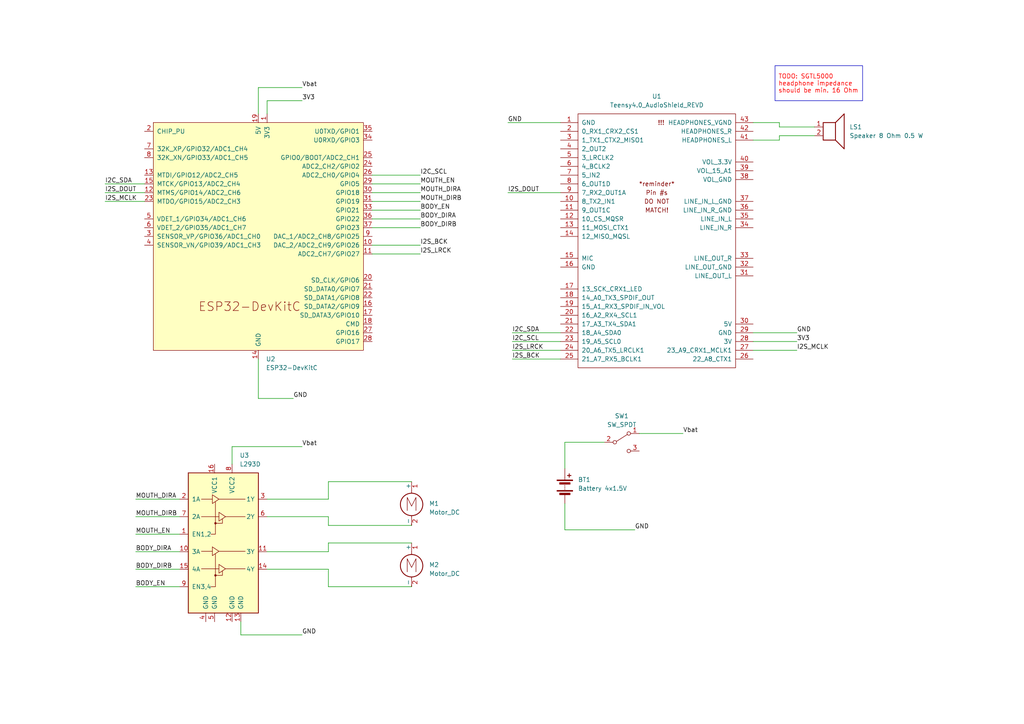
<source format=kicad_sch>
(kicad_sch (version 20230121) (generator eeschema)
  (paper "A4")
  (title_block (title "El Poisson Billy") (date "2023-11-04") (rev "1") (company "hgrf.github.io"))
  (lib_symbols
    (symbol "Device:Battery" (pin_numbers hide) (pin_names (offset 0) hide)
      (property "Reference" "BT" (at 2.54 2.54 0))
      (property "Value" "Battery" (at 2.54 0 0))
      (symbol "Battery_0_1"
        (rectangle (start -2.286 -1.27) (end 2.286 -1.524) (fill (type outline)))
        (rectangle (start -2.286 1.778) (end 2.286 1.524) (fill (type outline)))
        (rectangle (start -1.524 -2.032) (end 1.524 -2.54) (fill (type outline)))
        (rectangle (start -1.524 1.016) (end 1.524 0.508) (fill (type outline)))
        (polyline (pts (xy 0 -1.016) (xy 0 -0.762)))
        (polyline (pts (xy 0 -0.508) (xy 0 -0.254)))
        (polyline (pts (xy 0 0) (xy 0 0.254)))
        (polyline (pts (xy 0 1.778) (xy 0 2.54)))
        (polyline (pts (xy 0.762 3.048) (xy 1.778 3.048)) (stroke (width 0.254)))
        (polyline (pts (xy 1.27 3.556) (xy 1.27 2.54)) (stroke (width 0.254)))
      )
      (symbol "Battery_1_1"
        (pin passive line (at 0 5.08 270) (length 2.54) (name "+") (number "1"))
        (pin passive line (at 0 -5.08 90) (length 2.54) (name "-") (number "2"))
      )
    )
    (symbol "Device:Speaker" (pin_names (offset 0) hide)
      (property "Reference" "LS" (at 1.27 5.715 0))
      (property "Value" "Speaker" (at 1.27 3.81 0))
      (symbol "Speaker_0_0"
        (rectangle (start -2.54 1.27) (end 1.016 -3.81) (stroke (width 0.254)))
        (polyline (pts (xy 1.016 1.27) (xy 3.556 3.81) (xy 3.556 -6.35) (xy 1.016 -3.81)) (stroke (width 0.254)))
      )
      (symbol "Speaker_1_1"
        (pin input line (at -5.08 0 0) (length 2.54) (name "1") (number "1"))
        (pin input line (at -5.08 -2.54 0) (length 2.54) (name "2") (number "2"))
      )
    )
    (symbol "Driver_Motor:L293D" (pin_names (offset 1.016))
      (property "Reference" "U" (at -5.08 26.035 0))
      (property "Value" "L293D" (at -5.08 24.13 0))
      (symbol "L293D_0_1"
        (rectangle (start -10.16 22.86) (end 10.16 -17.78) (stroke (width 0.254)) (fill (type background)))
        (circle (center -2.286 -6.858) (radius 0.254) (fill (type outline)))
        (circle (center -2.286 8.255) (radius 0.254) (fill (type outline)))
        (polyline (pts (xy -6.35 -4.953) (xy -1.27 -4.953)))
        (polyline (pts (xy -6.35 0.127) (xy -3.175 0.127)))
        (polyline (pts (xy -6.35 10.16) (xy -1.27 10.16)))
        (polyline (pts (xy -6.35 15.24) (xy -3.175 15.24)))
        (polyline (pts (xy -1.27 0.127) (xy 6.35 0.127)))
        (polyline (pts (xy -1.27 15.24) (xy 6.35 15.24)))
        (polyline (pts (xy 0.635 -4.953) (xy 6.35 -4.953)))
        (polyline (pts (xy 0.635 10.16) (xy 6.35 10.16)))
        (polyline (pts (xy -2.286 -6.858) (xy -0.254 -6.858) (xy -0.254 -5.588)))
        (polyline (pts (xy -2.286 -0.635) (xy -2.286 -10.16) (xy -3.556 -10.16)))
        (polyline (pts (xy -2.286 8.255) (xy -0.254 8.255) (xy -0.254 9.525)))
        (polyline (pts (xy -2.286 14.478) (xy -2.286 5.08) (xy -3.556 5.08)))
        (polyline (pts (xy -3.175 1.397) (xy -3.175 -1.143) (xy -1.27 0.127) (xy -3.175 1.397)))
        (polyline (pts (xy -3.175 16.51) (xy -3.175 13.97) (xy -1.27 15.24) (xy -3.175 16.51)))
        (polyline (pts (xy -1.27 -3.683) (xy -1.27 -6.223) (xy 0.635 -4.953) (xy -1.27 -3.683)))
        (polyline (pts (xy -1.27 11.43) (xy -1.27 8.89) (xy 0.635 10.16) (xy -1.27 11.43)))
      )
      (symbol "L293D_1_1"
        (pin input line (at -12.7 5.08 0) (length 2.54) (name "EN1,2") (number "1"))
        (pin input line (at -12.7 0 0) (length 2.54) (name "3A") (number "10"))
        (pin output line (at 12.7 0 180) (length 2.54) (name "3Y") (number "11"))
        (pin power_in line (at 2.54 -20.32 90) (length 2.54) (name "GND") (number "12"))
        (pin power_in line (at 5.08 -20.32 90) (length 2.54) (name "GND") (number "13"))
        (pin output line (at 12.7 -5.08 180) (length 2.54) (name "4Y") (number "14"))
        (pin input line (at -12.7 -5.08 0) (length 2.54) (name "4A") (number "15"))
        (pin power_in line (at -2.54 25.4 270) (length 2.54) (name "VCC1") (number "16"))
        (pin input line (at -12.7 15.24 0) (length 2.54) (name "1A") (number "2"))
        (pin output line (at 12.7 15.24 180) (length 2.54) (name "1Y") (number "3"))
        (pin power_in line (at -5.08 -20.32 90) (length 2.54) (name "GND") (number "4"))
        (pin power_in line (at -2.54 -20.32 90) (length 2.54) (name "GND") (number "5"))
        (pin output line (at 12.7 10.16 180) (length 2.54) (name "2Y") (number "6"))
        (pin input line (at -12.7 10.16 0) (length 2.54) (name "2A") (number "7"))
        (pin power_in line (at 2.54 25.4 270) (length 2.54) (name "VCC2") (number "8"))
        (pin input line (at -12.7 -10.16 0) (length 2.54) (name "EN3,4") (number "9"))
      )
    )
    (symbol "Motor:Motor_DC" (pin_names (offset 0))
      (property "Reference" "M" (at 2.54 2.54 0))
      (property "Value" "Motor_DC" (at 2.54 -5.08 0))
      (symbol "Motor_DC_0_0"
        (polyline (pts (xy -1.27 -3.302) (xy -1.27 0.508) (xy 0 -2.032) (xy 1.27 0.508) (xy 1.27 -3.302)))
      )
      (symbol "Motor_DC_0_1"
        (circle (center 0 -1.524) (radius 3.2512) (stroke (width 0.254)))
        (polyline (pts (xy 0 -7.62) (xy 0 -7.112)))
        (polyline (pts (xy 0 -4.7752) (xy 0 -5.1816)))
        (polyline (pts (xy 0 1.7272) (xy 0 2.0828)))
        (polyline (pts (xy 0 2.032) (xy 0 2.54)))
      )
      (symbol "Motor_DC_1_1"
        (pin passive line (at 0 5.08 270) (length 2.54) (name "+") (number "1"))
        (pin passive line (at 0 -7.62 90) (length 2.54) (name "-") (number "2"))
      )
    )
    (symbol "PCM_Espressif:ESP32-DevKitC" (pin_names (offset 1.016))
      (property "Reference" "U" (at -30.48 38.1 0))
      (property "Value" "ESP32-DevKitC" (at -30.48 35.56 0))
      (symbol "ESP32-DevKitC_0_0"
        (text "ESP32-DevKitC" (at -2.54 -20.32 0) (effects (font (size 2.54 2.54))))
        (pin power_in line (at 0 -35.56 90) (length 2.54) (name "GND") (number "14"))
        (pin power_in line (at 0 35.56 270) (length 2.54) (name "5V") (number "19"))
      )
      (symbol "ESP32-DevKitC_0_1"
        (rectangle (start -30.48 33.02) (end 30.48 -33.02) (fill (type background)))
      )
      (symbol "ESP32-DevKitC_1_1"
        (pin power_in line (at 2.54 35.56 270) (length 2.54) (name "3V3") (number "1"))
        (pin bidirectional line (at 33.02 -2.54 180) (length 2.54) (name "DAC_2/ADC2_CH9/GPIO26") (number "10"))
        (pin bidirectional line (at 33.02 -5.08 180) (length 2.54) (name "ADC2_CH7/GPIO27") (number "11"))
        (pin bidirectional line (at -33.02 12.7 0) (length 2.54) (name "MTMS/GPIO14/ADC2_CH6") (number "12"))
        (pin bidirectional line (at -33.02 17.78 0) (length 2.54) (name "MTDI/GPIO12/ADC2_CH5") (number "13"))
        (pin bidirectional line (at -33.02 15.24 0) (length 2.54) (name "MTCK/GPIO13/ADC2_CH4") (number "15"))
        (pin bidirectional line (at 33.02 -20.32 180) (length 2.54) (name "SD_DATA2/GPIO9") (number "16"))
        (pin bidirectional line (at 33.02 -22.86 180) (length 2.54) (name "SD_DATA3/GPIO10") (number "17"))
        (pin bidirectional line (at 33.02 -25.4 180) (length 2.54) (name "CMD") (number "18"))
        (pin input line (at -33.02 30.48 0) (length 2.54) (name "CHIP_PU") (number "2"))
        (pin bidirectional line (at 33.02 -12.7 180) (length 2.54) (name "SD_CLK/GPIO6") (number "20"))
        (pin bidirectional line (at 33.02 -15.24 180) (length 2.54) (name "SD_DATA0/GPIO7") (number "21"))
        (pin bidirectional line (at 33.02 -17.78 180) (length 2.54) (name "SD_DATA1/GPIO8") (number "22"))
        (pin bidirectional line (at -33.02 10.16 0) (length 2.54) (name "MTDO/GPIO15/ADC2_CH3") (number "23"))
        (pin bidirectional line (at 33.02 20.32 180) (length 2.54) (name "ADC2_CH2/GPIO2") (number "24"))
        (pin bidirectional line (at 33.02 22.86 180) (length 2.54) (name "GPIO0/BOOT/ADC2_CH1") (number "25"))
        (pin bidirectional line (at 33.02 17.78 180) (length 2.54) (name "ADC2_CH0/GPIO4") (number "26"))
        (pin bidirectional line (at 33.02 -27.94 180) (length 2.54) (name "GPIO16") (number "27"))
        (pin bidirectional line (at 33.02 -30.48 180) (length 2.54) (name "GPIO17") (number "28"))
        (pin bidirectional line (at 33.02 15.24 180) (length 2.54) (name "GPIO5") (number "29"))
        (pin input line (at -33.02 0 0) (length 2.54) (name "SENSOR_VP/GPIO36/ADC1_CH0") (number "3"))
        (pin bidirectional line (at 33.02 12.7 180) (length 2.54) (name "GPIO18") (number "30"))
        (pin bidirectional line (at 33.02 10.16 180) (length 2.54) (name "GPIO19") (number "31"))
        (pin passive line (at 0 -35.56 90) (length 2.54) hide (name "GND") (number "32"))
        (pin bidirectional line (at 33.02 7.62 180) (length 2.54) (name "GPIO21") (number "33"))
        (pin bidirectional line (at 33.02 27.94 180) (length 2.54) (name "U0RXD/GPIO3") (number "34"))
        (pin bidirectional line (at 33.02 30.48 180) (length 2.54) (name "U0TXD/GPIO1") (number "35"))
        (pin bidirectional line (at 33.02 5.08 180) (length 2.54) (name "GPIO22") (number "36"))
        (pin bidirectional line (at 33.02 2.54 180) (length 2.54) (name "GPIO23") (number "37"))
        (pin passive line (at 0 -35.56 90) (length 2.54) hide (name "GND") (number "38"))
        (pin input line (at -33.02 -2.54 0) (length 2.54) (name "SENSOR_VN/GPIO39/ADC1_CH3") (number "4"))
        (pin input line (at -33.02 5.08 0) (length 2.54) (name "VDET_1/GPIO34/ADC1_CH6") (number "5"))
        (pin input line (at -33.02 2.54 0) (length 2.54) (name "VDET_2/GPIO35/ADC1_CH7") (number "6"))
        (pin bidirectional line (at -33.02 25.4 0) (length 2.54) (name "32K_XP/GPIO32/ADC1_CH4") (number "7"))
        (pin bidirectional line (at -33.02 22.86 0) (length 2.54) (name "32K_XN/GPIO33/ADC1_CH5") (number "8"))
        (pin bidirectional line (at 33.02 0 180) (length 2.54) (name "DAC_1/ADC2_CH8/GPIO25") (number "9"))
      )
    )
    (symbol "Switch:SW_SPDT" (pin_names (offset 0) hide)
      (property "Reference" "SW" (at 0 4.318 0))
      (property "Value" "SW_SPDT" (at 0 -5.08 0))
      (symbol "SW_SPDT_0_0"
        (circle (center -2.032 0) (radius 0.508))
        (circle (center 2.032 -2.54) (radius 0.508))
      )
      (symbol "SW_SPDT_0_1"
        (polyline (pts (xy -1.524 0.254) (xy 1.651 2.286)))
        (circle (center 2.032 2.54) (radius 0.508))
      )
      (symbol "SW_SPDT_1_1"
        (pin passive line (at 5.08 2.54 180) (length 2.54) (name "A") (number "1"))
        (pin passive line (at -5.08 0 0) (length 2.54) (name "B") (number "2"))
        (pin passive line (at 5.08 -2.54 180) (length 2.54) (name "C") (number "3"))
      )
    )
    (symbol "teensy4.0_audioshield_revd:Teensy4.0_AudioShield_REVD" (pin_names (offset 1.016))
      (property "Reference" "U" (at 0 39.37 0))
      (property "Value" "Teensy4.0_AudioShield_REVD" (at 0 -39.37 0))
      (symbol "Teensy4.0_AudioShield_REVD_0_0"
        (text "!!!" (at 1.27 34.29 0) (effects (font (size 1.27 1.27))))
        (text "*reminder*" (at 0 16.51 0) (effects (font (size 1.27 1.27))))
        (text "DO NOT" (at 0 11.43 0) (effects (font (size 1.27 1.27))))
        (text "MATCH!" (at 0 8.89 0) (effects (font (size 1.27 1.27))))
        (text "Pin #s" (at 0 13.97 0) (effects (font (size 1.27 1.27))))
        (pin bidirectional line (at -27.94 11.43 0) (length 5.08) (name "8_TX2_IN1") (number "10"))
        (pin bidirectional line (at -27.94 8.89 0) (length 5.08) (name "9_OUT1C") (number "11"))
        (pin bidirectional line (at -27.94 6.35 0) (length 5.08) (name "10_CS_MQSR") (number "12"))
        (pin bidirectional line (at -27.94 3.81 0) (length 5.08) (name "11_MOSI_CTX1") (number "13"))
        (pin bidirectional line (at -27.94 1.27 0) (length 5.08) (name "12_MISO_MQSL") (number "14"))
        (pin bidirectional line (at -27.94 -5.08 0) (length 5.08) (name "MIC") (number "15"))
        (pin power_in line (at -27.94 -7.62 0) (length 5.08) (name "GND") (number "16"))
        (pin bidirectional line (at -27.94 -13.97 0) (length 5.08) (name "13_SCK_CRX1_LED") (number "17"))
        (pin bidirectional line (at -27.94 -16.51 0) (length 5.08) (name "14_A0_TX3_SPDIF_OUT") (number "18"))
        (pin bidirectional line (at -27.94 -19.05 0) (length 5.08) (name "15_A1_RX3_SPDIF_IN_VOL") (number "19"))
        (pin bidirectional line (at -27.94 -21.59 0) (length 5.08) (name "16_A2_RX4_SCL1") (number "20"))
        (pin bidirectional line (at -27.94 -24.13 0) (length 5.08) (name "17_A3_TX4_SDA1") (number "21"))
        (pin bidirectional line (at -27.94 -26.67 0) (length 5.08) (name "18_A4_SDA0") (number "22"))
        (pin bidirectional line (at -27.94 -29.21 0) (length 5.08) (name "19_A5_SCL0") (number "23"))
        (pin bidirectional line (at -27.94 -31.75 0) (length 5.08) (name "20_A6_TX5_LRCLK1") (number "24"))
        (pin bidirectional line (at -27.94 -34.29 0) (length 5.08) (name "21_A7_RX5_BCLK1") (number "25"))
        (pin bidirectional line (at 27.94 -34.29 180) (length 5.08) (name "22_A8_CTX1") (number "26"))
        (pin bidirectional line (at 27.94 -31.75 180) (length 5.08) (name "23_A9_CRX1_MCLK1") (number "27"))
        (pin power_out line (at 27.94 -29.21 180) (length 5.08) (name "3V") (number "28"))
        (pin power_in line (at 27.94 -26.67 180) (length 5.08) (name "GND") (number "29"))
        (pin power_out line (at 27.94 -24.13 180) (length 5.08) (name "5V") (number "30"))
        (pin bidirectional line (at 27.94 -10.16 180) (length 5.08) (name "LINE_OUT_L") (number "31"))
        (pin power_in line (at 27.94 -7.62 180) (length 5.08) (name "LINE_OUT_GND") (number "32"))
        (pin bidirectional line (at 27.94 -5.08 180) (length 5.08) (name "LINE_OUT_R") (number "33"))
        (pin bidirectional line (at 27.94 3.81 180) (length 5.08) (name "LINE_IN_R") (number "34"))
        (pin bidirectional line (at 27.94 6.35 180) (length 5.08) (name "LINE_IN_L") (number "35"))
        (pin power_in line (at 27.94 8.89 180) (length 5.08) (name "LINE_IN_R_GND") (number "36"))
        (pin power_in line (at 27.94 11.43 180) (length 5.08) (name "LINE_IN_L_GND") (number "37"))
        (pin bidirectional line (at 27.94 17.78 180) (length 5.08) (name "VOL_GND") (number "38"))
        (pin bidirectional line (at 27.94 20.32 180) (length 5.08) (name "VOL_15_A1") (number "39"))
        (pin bidirectional line (at 27.94 22.86 180) (length 5.08) (name "VOL_3.3V") (number "40"))
        (pin bidirectional line (at 27.94 29.21 180) (length 5.08) (name "HEADPHONES_L") (number "41"))
        (pin bidirectional line (at 27.94 31.75 180) (length 5.08) (name "HEADPHONES_R") (number "42"))
        (pin power_in line (at 27.94 34.29 180) (length 5.08) (name "HEADPHONES_VGND") (number "43"))
        (pin bidirectional line (at -27.94 24.13 0) (length 5.08) (name "3_LRCLK2") (number "5"))
        (pin bidirectional line (at -27.94 21.59 0) (length 5.08) (name "4_BCLK2") (number "6"))
        (pin bidirectional line (at -27.94 19.05 0) (length 5.08) (name "5_IN2") (number "7"))
        (pin bidirectional line (at -27.94 16.51 0) (length 5.08) (name "6_OUT1D") (number "8"))
        (pin bidirectional line (at -27.94 13.97 0) (length 5.08) (name "7_RX2_OUT1A") (number "9"))
      )
      (symbol "Teensy4.0_AudioShield_REVD_0_1"
        (rectangle (start -22.86 36.83) (end 22.86 -36.83))
        (rectangle (start -20.32 -31.75) (end -20.32 -31.75))
      )
      (symbol "Teensy4.0_AudioShield_REVD_1_1"
        (pin power_in line (at -27.94 34.29 0) (length 5.08) (name "GND") (number "1"))
        (pin bidirectional line (at -27.94 31.75 0) (length 5.08) (name "0_RX1_CRX2_CS1") (number "2"))
        (pin bidirectional line (at -27.94 29.21 0) (length 5.08) (name "1_TX1_CTX2_MISO1") (number "3"))
        (pin bidirectional line (at -27.94 26.67 0) (length 5.08) (name "2_OUT2") (number "4"))
      )
    )
  )
  (wire (pts (xy 107.95 73.66) (xy 121.92 73.66)))
  (wire (pts (xy 148.59 104.14) (xy 162.56 104.14)))
  (wire (pts (xy 95.25 149.86) (xy 95.25 152.4)))
  (wire (pts (xy 107.95 53.34) (xy 121.92 53.34)))
  (wire (pts (xy 67.31 134.62) (xy 67.31 129.54)))
  (wire (pts (xy 77.47 149.86) (xy 95.25 149.86)))
  (wire (pts (xy 69.85 184.15) (xy 87.63 184.15)))
  (wire (pts (xy 185.42 125.73) (xy 198.12 125.73)))
  (wire (pts (xy 69.85 180.34) (xy 69.85 184.15)))
  (wire (pts (xy 147.32 35.56) (xy 162.56 35.56)))
  (wire (pts (xy 163.83 146.05) (xy 163.83 153.67)))
  (wire (pts (xy 107.95 66.04) (xy 121.92 66.04)))
  (wire (pts (xy 77.47 160.02) (xy 95.25 160.02)))
  (wire (pts (xy 107.95 58.42) (xy 121.92 58.42)))
  (wire (pts (xy 74.93 25.4) (xy 87.63 25.4)))
  (wire (pts (xy 226.06 40.64) (xy 226.06 39.37)))
  (wire (pts (xy 218.44 99.06) (xy 231.14 99.06)))
  (wire (pts (xy 148.59 101.6) (xy 162.56 101.6)))
  (wire (pts (xy 95.25 144.78) (xy 95.25 139.7)))
  (wire (pts (xy 226.06 36.83) (xy 236.22 36.83)))
  (wire (pts (xy 218.44 40.64) (xy 226.06 40.64)))
  (wire (pts (xy 148.59 96.52) (xy 162.56 96.52)))
  (wire (pts (xy 95.25 170.18) (xy 119.38 170.18)))
  (wire (pts (xy 30.48 58.42) (xy 41.91 58.42)))
  (wire (pts (xy 226.06 39.37) (xy 236.22 39.37)))
  (wire (pts (xy 107.95 55.88) (xy 121.92 55.88)))
  (wire (pts (xy 95.25 160.02) (xy 95.25 157.48)))
  (wire (pts (xy 107.95 50.8) (xy 121.92 50.8)))
  (wire (pts (xy 77.47 29.21) (xy 87.63 29.21)))
  (wire (pts (xy 77.47 33.02) (xy 77.47 29.21)))
  (wire (pts (xy 39.37 160.02) (xy 52.07 160.02)))
  (wire (pts (xy 163.83 153.67) (xy 184.15 153.67)))
  (wire (pts (xy 39.37 170.18) (xy 52.07 170.18)))
  (wire (pts (xy 95.25 139.7) (xy 119.38 139.7)))
  (wire (pts (xy 107.95 63.5) (xy 121.92 63.5)))
  (wire (pts (xy 107.95 71.12) (xy 121.92 71.12)))
  (wire (pts (xy 95.25 157.48) (xy 119.38 157.48)))
  (wire (pts (xy 77.47 165.1) (xy 95.25 165.1)))
  (wire (pts (xy 163.83 128.27) (xy 163.83 135.89)))
  (wire (pts (xy 226.06 35.56) (xy 226.06 36.83)))
  (wire (pts (xy 107.95 60.96) (xy 121.92 60.96)))
  (wire (pts (xy 39.37 149.86) (xy 52.07 149.86)))
  (wire (pts (xy 74.93 33.02) (xy 74.93 25.4)))
  (wire (pts (xy 74.93 104.14) (xy 74.93 115.57)))
  (wire (pts (xy 163.83 128.27) (xy 175.26 128.27)))
  (wire (pts (xy 30.48 55.88) (xy 41.91 55.88)))
  (wire (pts (xy 67.31 129.54) (xy 87.63 129.54)))
  (wire (pts (xy 148.59 99.06) (xy 162.56 99.06)))
  (wire (pts (xy 74.93 115.57) (xy 85.09 115.57)))
  (wire (pts (xy 39.37 165.1) (xy 52.07 165.1)))
  (wire (pts (xy 218.44 101.6) (xy 231.14 101.6)))
  (wire (pts (xy 147.32 55.88) (xy 162.56 55.88)))
  (wire (pts (xy 39.37 144.78) (xy 52.07 144.78)))
  (wire (pts (xy 95.25 152.4) (xy 119.38 152.4)))
  (wire (pts (xy 95.25 165.1) (xy 95.25 170.18)))
  (wire (pts (xy 218.44 35.56) (xy 226.06 35.56)))
  (wire (pts (xy 218.44 96.52) (xy 231.14 96.52)))
  (wire (pts (xy 39.37 154.94) (xy 52.07 154.94)))
  (wire (pts (xy 30.48 53.34) (xy 41.91 53.34)))
  (wire (pts (xy 77.47 144.78) (xy 95.25 144.78)))
  (text_box "TODO: SGTL5000 headphone impedance should be min. 16 Ohm" (at 224.79 19.05 0) (size 25.4 10.16) (effects (font (size 1.27 1.27)) (justify left)))
  (label "Vbat" (at 198.12 125.73 0))
  (label "I2S_MCLK" (at 30.48 58.42 0))
  (label "BODY_EN" (at 121.92 60.96 0))
  (label "MOUTH_DIRA" (at 39.37 144.78 0))
  (label "GND" (at 231.14 96.52 0))
  (label "GND" (at 184.15 153.67 0))
  (label "MOUTH_DIRB" (at 121.92 58.42 0))
  (label "BODY_DIRB" (at 121.92 66.04 0))
  (label "3V3" (at 87.63 29.21 0))
  (label "MOUTH_EN" (at 121.92 53.34 0))
  (label "I2C_SDA" (at 30.48 53.34 0))
  (label "I2C_SCL" (at 121.92 50.8 0))
  (label "I2C_SCL" (at 148.59 99.06 0))
  (label "I2S_LRCK" (at 148.59 101.6 0))
  (label "I2C_SDA" (at 148.59 96.52 0))
  (label "I2S_BCK" (at 148.59 104.14 0))
  (label "BODY_DIRB" (at 39.37 165.1 0))
  (label "BODY_DIRA" (at 39.37 160.02 0))
  (label "BODY_EN" (at 39.37 170.18 0))
  (label "Vbat" (at 87.63 129.54 0))
  (label "I2S_MCLK" (at 231.14 101.6 0))
  (label "GND" (at 85.09 115.57 0))
  (label "I2S_DOUT" (at 147.32 55.88 0))
  (label "I2S_LRCK" (at 121.92 73.66 0))
  (label "I2S_DOUT" (at 30.48 55.88 0))
  (label "3V3" (at 231.14 99.06 0))
  (label "GND" (at 147.32 35.56 0))
  (label "GND" (at 87.63 184.15 0))
  (label "Vbat" (at 87.63 25.4 0))
  (label "I2S_BCK" (at 121.92 71.12 0))
  (label "MOUTH_EN" (at 39.37 154.94 0))
  (label "MOUTH_DIRA" (at 121.92 55.88 0))
  (label "MOUTH_DIRB" (at 39.37 149.86 0))
  (label "BODY_DIRA" (at 121.92 63.5 0))
  (symbol (lib_id "Device:Battery") (at 163.83 140.97 0) (unit 1)
    (property "Reference" "BT1" (at 167.64 139.1285 0) (effects (justify left)))
    (property "Value" "Battery 4x1.5V" (at 167.64 141.6685 0) (effects (justify left)))
  )
  (symbol (lib_id "teensy4.0_audioshield_revd:Teensy4.0_AudioShield_REVD") (at 190.5 69.85 0) (unit 1)
    (property "Reference" "U1" (at 190.5 27.94 0))
    (property "Value" "Teensy4.0_AudioShield_REVD" (at 190.5 30.48 0))
    (property "Footprint" "teensy_audio_shield:4.0audioshield" (effects hide))
  )
  (symbol (lib_id "PCM_Espressif:ESP32-DevKitC") (at 74.93 68.58 0) (unit 1)
    (property "Reference" "U2" (at 77.1241 104.14 0) (effects (justify left)))
    (property "Value" "ESP32-DevKitC" (at 77.1241 106.68 0) (effects (justify left)))
    (property "Footprint" "PCM_Espressif:ESP32-DevKitC" (effects hide))
    (property "Datasheet" "https://docs.espressif.com/projects/esp-idf/zh_CN/latest/esp32/hw-reference/esp32/get-started-devkitc.html" (effects hide))
  )
  (symbol (lib_id "Motor:Motor_DC") (at 119.38 162.56 0) (unit 1)
    (property "Reference" "M2" (at 124.46 163.83 0) (effects (justify left)))
    (property "Value" "Motor_DC" (at 124.46 166.37 0) (effects (justify left)))
  )
  (symbol (lib_id "Driver_Motor:L293D") (at 64.77 160.02 0) (unit 1)
    (property "Reference" "U3" (at 69.5041 132.08 0) (effects (justify left)))
    (property "Value" "L293D" (at 69.5041 134.62 0) (effects (justify left)))
    (property "Footprint" "Package_DIP:DIP-16_W7.62mm" (effects hide))
    (property "Datasheet" "http://www.ti.com/lit/ds/symlink/l293.pdf" (effects hide))
  )
  (symbol (lib_id "Device:Speaker") (at 241.3 36.83 0) (unit 1)
    (property "Reference" "LS1" (at 246.38 36.83 0) (effects (justify left)))
    (property "Value" "Speaker 8 Ohm 0.5 W" (at 246.38 39.37 0) (effects (justify left)))
  )
  (symbol (lib_id "Switch:SW_SPDT") (at 180.34 128.27 0) (unit 1)
    (property "Reference" "SW1" (at 180.34 120.65 0))
    (property "Value" "SW_SPDT" (at 180.34 123.19 0))
  )
  (symbol (lib_id "Motor:Motor_DC") (at 119.38 144.78 0) (unit 1)
    (property "Reference" "M1" (at 124.46 146.05 0) (effects (justify left)))
    (property "Value" "Motor_DC" (at 124.46 148.59 0) (effects (justify left)))
  )
)
</source>
